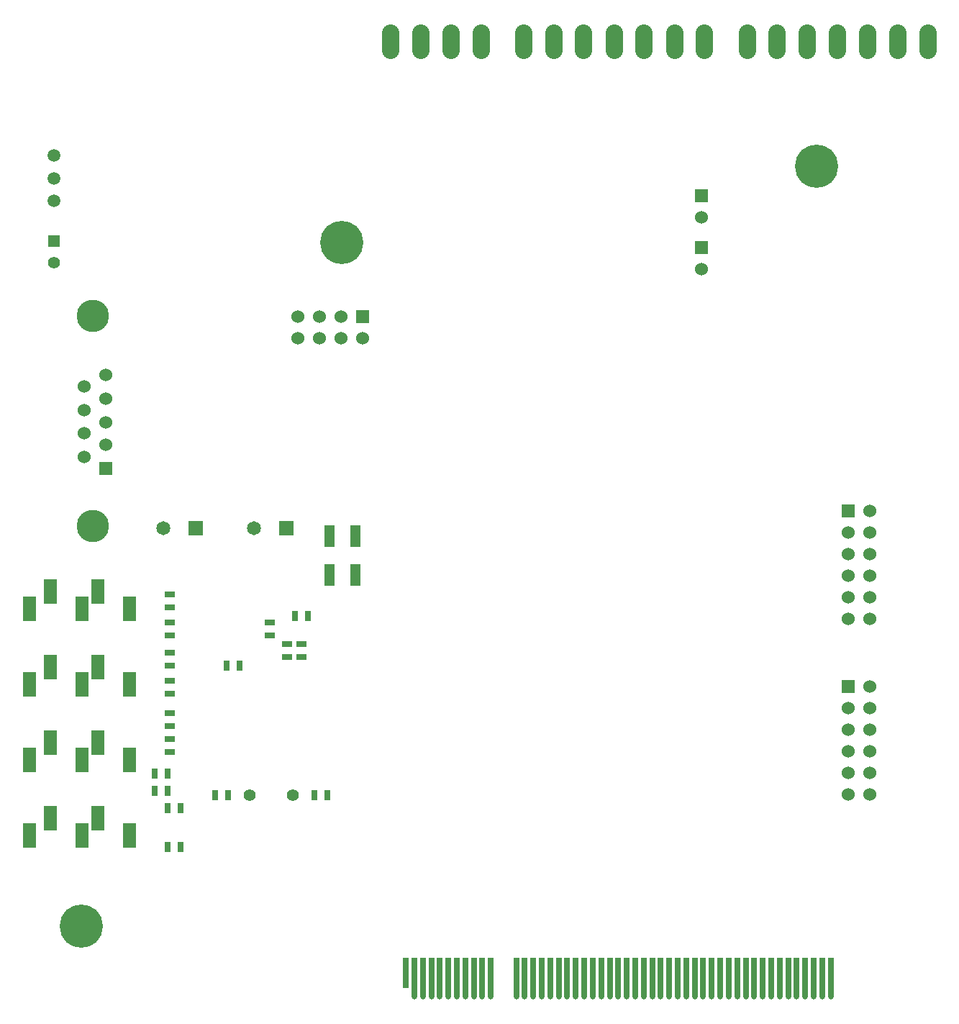
<source format=gbs>
G04 (created by PCBNEW (2013-07-07 BZR 4022)-stable) date 16-12-2015 04:21:19 PM*
%MOIN*%
G04 Gerber Fmt 3.4, Leading zero omitted, Abs format*
%FSLAX34Y34*%
G01*
G70*
G90*
G04 APERTURE LIST*
%ADD10C,0.00590551*%
%ADD11C,0.2*%
%ADD12R,0.0256X0.1417*%
%ADD13R,0.0256X0.1811*%
%ADD14O,0.0256X0.0256*%
%ADD15R,0.045X0.025*%
%ADD16R,0.025X0.045*%
%ADD17C,0.056*%
%ADD18R,0.05X0.1*%
%ADD19R,0.065X0.065*%
%ADD20C,0.065*%
%ADD21R,0.0590551X0.112205*%
%ADD22R,0.06X0.06*%
%ADD23C,0.06*%
%ADD24C,0.15*%
%ADD25O,0.08X0.16*%
%ADD26R,0.055X0.055*%
%ADD27C,0.055*%
%ADD28C,0.0590551*%
G04 APERTURE END LIST*
G54D10*
G54D11*
X71724Y-19556D03*
G54D12*
X52696Y-56918D03*
G54D13*
X53090Y-57115D03*
X53483Y-57115D03*
X53877Y-57115D03*
X54271Y-57115D03*
X54664Y-57115D03*
X55058Y-57115D03*
X55452Y-57115D03*
X55845Y-57115D03*
X56239Y-57115D03*
X56633Y-57115D03*
X58601Y-57115D03*
X58995Y-57115D03*
X59389Y-57115D03*
X59782Y-57115D03*
X60176Y-57115D03*
X57814Y-57115D03*
X58208Y-57115D03*
G54D14*
X53877Y-58021D03*
X54271Y-58021D03*
X54664Y-58021D03*
X55058Y-58021D03*
X55452Y-58021D03*
X55845Y-58021D03*
X56239Y-58021D03*
X58601Y-58021D03*
X58995Y-58021D03*
X53483Y-58021D03*
X58208Y-58021D03*
X59389Y-58021D03*
X56633Y-58021D03*
X57814Y-58021D03*
X59782Y-58021D03*
X60176Y-58021D03*
X53090Y-58021D03*
G54D13*
X60570Y-57115D03*
X60963Y-57115D03*
X61357Y-57115D03*
X61751Y-57115D03*
X62144Y-57115D03*
X62538Y-57115D03*
X62932Y-57115D03*
X63326Y-57115D03*
X63719Y-57115D03*
X64113Y-57115D03*
X64507Y-57115D03*
X64900Y-57115D03*
X65294Y-57115D03*
X65688Y-57115D03*
X66081Y-57115D03*
X66475Y-57115D03*
X66869Y-57115D03*
X67263Y-57115D03*
X67656Y-57115D03*
X68050Y-57115D03*
X68444Y-57115D03*
X68837Y-57115D03*
X69231Y-57115D03*
X69625Y-57115D03*
X70018Y-57115D03*
X70412Y-57115D03*
X70806Y-57115D03*
X71200Y-57115D03*
X71593Y-57115D03*
X71987Y-57115D03*
X72381Y-57115D03*
G54D14*
X60570Y-58021D03*
X60963Y-58021D03*
X61357Y-58021D03*
X61751Y-58021D03*
X62144Y-58021D03*
X62538Y-58021D03*
X62932Y-58021D03*
X63326Y-58021D03*
X63719Y-58021D03*
X64113Y-58021D03*
X64507Y-58021D03*
X64900Y-58021D03*
X65294Y-58021D03*
X65688Y-58021D03*
X66081Y-58021D03*
X66475Y-58021D03*
X66869Y-58021D03*
X67263Y-58021D03*
X67656Y-58021D03*
X68050Y-58021D03*
X68444Y-58021D03*
X68837Y-58021D03*
X69231Y-58021D03*
X69625Y-58021D03*
X70018Y-58021D03*
X70412Y-58021D03*
X70806Y-58021D03*
X71200Y-58021D03*
X71593Y-58021D03*
X71987Y-58021D03*
X72381Y-58021D03*
G54D11*
X49715Y-23085D03*
X37656Y-54733D03*
G54D15*
X41775Y-39375D03*
X41775Y-39975D03*
G54D16*
X44980Y-42685D03*
X44380Y-42685D03*
G54D15*
X41775Y-43975D03*
X41775Y-43375D03*
X41775Y-42075D03*
X41775Y-42675D03*
X41775Y-41275D03*
X41775Y-40675D03*
G54D16*
X44475Y-48675D03*
X43875Y-48675D03*
X42275Y-51075D03*
X41675Y-51075D03*
X41675Y-48475D03*
X41075Y-48475D03*
X41675Y-49275D03*
X42275Y-49275D03*
X41675Y-47675D03*
X41075Y-47675D03*
G54D15*
X41775Y-44875D03*
X41775Y-45475D03*
X41775Y-46675D03*
X41775Y-46075D03*
X47190Y-41691D03*
X47190Y-42291D03*
X47844Y-41692D03*
X47844Y-42292D03*
X46408Y-41275D03*
X46408Y-40675D03*
G54D16*
X47575Y-40375D03*
X48175Y-40375D03*
X48475Y-48675D03*
X49075Y-48675D03*
G54D17*
X47475Y-48675D03*
X45475Y-48675D03*
G54D18*
X49175Y-36675D03*
X50375Y-36675D03*
X49175Y-38475D03*
X50375Y-38475D03*
G54D19*
X42950Y-36300D03*
G54D20*
X41450Y-36300D03*
G54D19*
X47150Y-36300D03*
G54D20*
X45650Y-36300D03*
G54D21*
X35247Y-50529D03*
X36231Y-49741D03*
X37688Y-50529D03*
X38436Y-49741D03*
X39893Y-50529D03*
X35247Y-47029D03*
X36231Y-46241D03*
X37688Y-47029D03*
X38436Y-46241D03*
X39893Y-47029D03*
X35247Y-43529D03*
X36231Y-42741D03*
X37688Y-43529D03*
X38436Y-42741D03*
X39893Y-43529D03*
X35247Y-40029D03*
X36231Y-39241D03*
X37688Y-40029D03*
X38436Y-39241D03*
X39893Y-40029D03*
G54D22*
X73200Y-35500D03*
G54D23*
X74200Y-35500D03*
X73200Y-36500D03*
X74200Y-36500D03*
X73200Y-37500D03*
X74200Y-37500D03*
X73200Y-38500D03*
X74200Y-38500D03*
X73200Y-39500D03*
X74200Y-39500D03*
X73200Y-40500D03*
X74200Y-40500D03*
G54D22*
X73200Y-43650D03*
G54D23*
X74200Y-43650D03*
X73200Y-44650D03*
X74200Y-44650D03*
X73200Y-45650D03*
X74200Y-45650D03*
X73200Y-46650D03*
X74200Y-46650D03*
X73200Y-47650D03*
X74200Y-47650D03*
X73200Y-48650D03*
X74200Y-48650D03*
G54D24*
X38193Y-26468D03*
X38193Y-36203D03*
G54D22*
X38800Y-33550D03*
G54D23*
X38800Y-32450D03*
X38800Y-31400D03*
X38800Y-30300D03*
X38800Y-29200D03*
X37800Y-33000D03*
X37800Y-31900D03*
X37800Y-30850D03*
X37800Y-29750D03*
G54D25*
X63730Y-13779D03*
X62350Y-13779D03*
X66530Y-13779D03*
X65150Y-13779D03*
X76880Y-13779D03*
X75500Y-13779D03*
X74080Y-13779D03*
X72700Y-13779D03*
X53380Y-13779D03*
X52000Y-13779D03*
X56180Y-13779D03*
X54800Y-13779D03*
G54D22*
X50700Y-26500D03*
G54D23*
X50700Y-27500D03*
X49700Y-26500D03*
X49700Y-27500D03*
X48700Y-26500D03*
X48700Y-27500D03*
X47700Y-26500D03*
X47700Y-27500D03*
G54D22*
X66400Y-23300D03*
G54D23*
X66400Y-24300D03*
G54D22*
X66400Y-20900D03*
G54D23*
X66400Y-21900D03*
G54D26*
X36400Y-23000D03*
G54D27*
X36400Y-24000D03*
G54D25*
X60930Y-13779D03*
X59550Y-13779D03*
X58170Y-13779D03*
X71280Y-13779D03*
X69900Y-13779D03*
X68520Y-13779D03*
G54D28*
X36400Y-20100D03*
X36400Y-19050D03*
X36400Y-21150D03*
M02*

</source>
